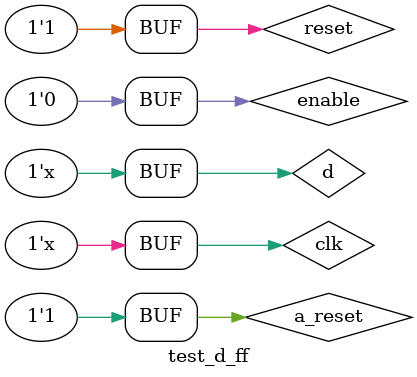
<source format=v>

module test_d_ff();
  
  reg d;
  reg a_reset;
  reg reset;
  reg enable;
  reg clk;
  wire q, q_bar;  
  
  d_ff testing(q, q_bar, d, a_reset, reset, enable, clk);
  //d_ff_structural testing(q, q_bar, d, a_reset, reset, enable, clk);
  
  initial begin
    //Initial parameters
    clk = 0;
    reset = 1;
    a_reset = 1;
    enable = 1;
    d = 1;
    #200
    
    //Testing reset 
    reset = 0;
    a_reset = 1;
    enable = 1;
    #100
    
    //Testing a_reset
    reset = 1;
    a_reset = 0;
    enable = 1;
    #100
    
    //Testing enable
    reset = 1;
    a_reset = 1;
    enable = 0;
  end
  
  //Clock
  always begin
    #30 clk = ~clk;
  end
  
  //Testing data
  //Has a different time interval of change compared to clock to check for a_reset and reset
  always begin
    #50 d = ~d;
  end
  
endmodule



</source>
